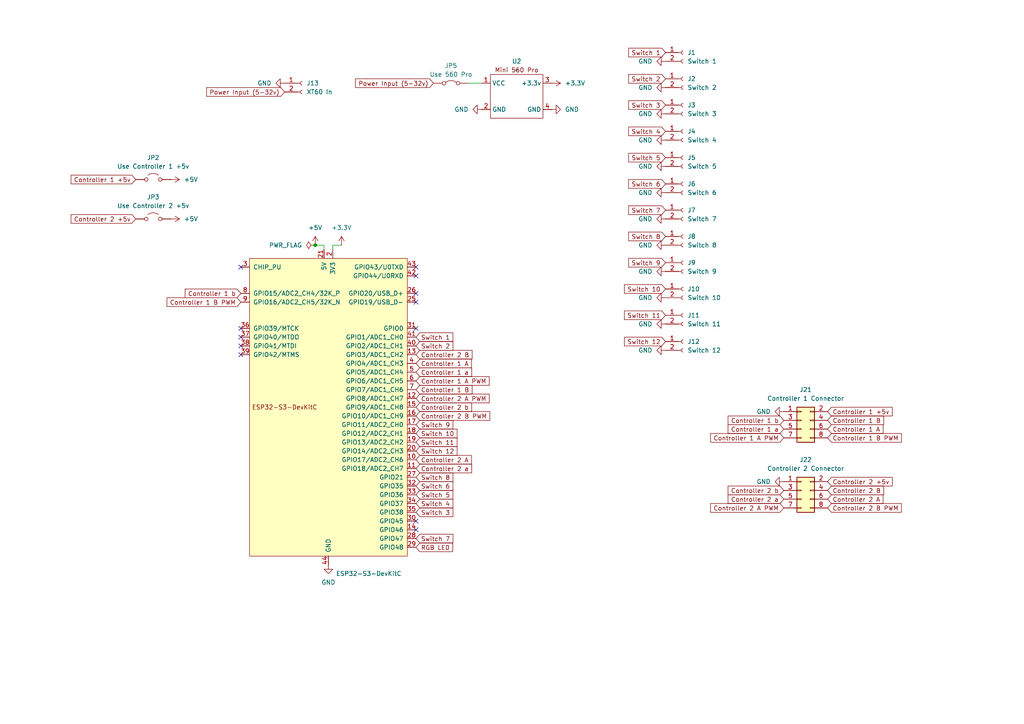
<source format=kicad_sch>
(kicad_sch (version 20231120) (generator "eeschema") (generator_version "8.0")
  (paper "A4")
  (lib_symbols
    (symbol "Connector:Conn_01x02_Socket" (pin_names (offset 1.016) hide)
      (property "Reference" "J" (at 0 2.54 0))
      (property "Value" "Conn_01x02_Socket" (at 0 -5.08 0))
      (symbol "Conn_01x02_Socket_1_1"
        (arc (start 0 -2.032) (mid -0.5058 -2.54) (end 0 -3.048) (stroke (width 0.1524)))
        (polyline (pts (xy -1.27 -2.54) (xy -0.508 -2.54)) (stroke (width 0.1524)))
        (polyline (pts (xy -1.27 0) (xy -0.508 0)) (stroke (width 0.1524)))
        (arc (start 0 0.508) (mid -0.5058 0) (end 0 -0.508) (stroke (width 0.1524)))
        (pin passive line (at -5.08 0 0) (length 3.81) (name "Pin_1") (number "1"))
        (pin passive line (at -5.08 -2.54 0) (length 3.81) (name "Pin_2") (number "2"))
      )
    )
    (symbol "Connector_Generic:Conn_02x04_Odd_Even" (pin_names (offset 1.016) hide)
      (property "Reference" "J" (at 1.27 5.08 0))
      (property "Value" "Conn_02x04_Odd_Even" (at 1.27 -7.62 0))
      (symbol "Conn_02x04_Odd_Even_1_1"
        (rectangle (start -1.27 -4.953) (end 0 -5.207) (stroke (width 0.1524)))
        (rectangle (start -1.27 -2.413) (end 0 -2.667) (stroke (width 0.1524)))
        (rectangle (start -1.27 0.127) (end 0 -0.127) (stroke (width 0.1524)))
        (rectangle (start -1.27 2.667) (end 0 2.413) (stroke (width 0.1524)))
        (rectangle (start -1.27 3.81) (end 3.81 -6.35) (stroke (width 0.254)) (fill (type background)))
        (rectangle (start 3.81 -4.953) (end 2.54 -5.207) (stroke (width 0.1524)))
        (rectangle (start 3.81 -2.413) (end 2.54 -2.667) (stroke (width 0.1524)))
        (rectangle (start 3.81 0.127) (end 2.54 -0.127) (stroke (width 0.1524)))
        (rectangle (start 3.81 2.667) (end 2.54 2.413) (stroke (width 0.1524)))
        (pin passive line (at -5.08 2.54 0) (length 3.81) (name "Pin_1") (number "1"))
        (pin passive line (at 7.62 2.54 180) (length 3.81) (name "Pin_2") (number "2"))
        (pin passive line (at -5.08 0 0) (length 3.81) (name "Pin_3") (number "3"))
        (pin passive line (at 7.62 0 180) (length 3.81) (name "Pin_4") (number "4"))
        (pin passive line (at -5.08 -2.54 0) (length 3.81) (name "Pin_5") (number "5"))
        (pin passive line (at 7.62 -2.54 180) (length 3.81) (name "Pin_6") (number "6"))
        (pin passive line (at -5.08 -5.08 0) (length 3.81) (name "Pin_7") (number "7"))
        (pin passive line (at 7.62 -5.08 180) (length 3.81) (name "Pin_8") (number "8"))
      )
    )
    (symbol "Explorer:Mini_560_Pro"
      (property "Reference" "U" (at 0 0 0))
      (symbol "Mini_560_Pro_0_1"
        (rectangle (start -7.62 6.35) (end 7.62 -6.35))
      )
      (symbol "Mini_560_Pro_1_1"
        (text "Mini 560 Pro" (at 0 7.62 0) (effects (font (size 1.27 1.27))))
        (pin passive line (at -10.16 3.81 0) (length 2.54) (name "VCC") (number "1"))
        (pin power_in line (at -10.16 -3.81 0) (length 2.54) (name "GND") (number "2"))
        (pin power_out line (at 10.16 3.81 180) (length 2.54) (name "+3.3v") (number "3"))
        (pin power_out line (at 10.16 -3.81 180) (length 2.54) (name "GND") (number "4"))
      )
    )
    (symbol "Jumper:Jumper_2_Bridged" (pin_numbers hide) (pin_names (offset 0) hide) (exclude_from_sim yes)
      (property "Reference" "JP" (at 0 1.905 0))
      (property "Value" "Jumper_2_Bridged" (at 0 -2.54 0))
      (symbol "Jumper_2_Bridged_0_0"
        (circle (center -2.032 0) (radius 0.508))
        (circle (center 2.032 0) (radius 0.508))
      )
      (symbol "Jumper_2_Bridged_0_1"
        (arc (start 1.524 0.254) (mid 0 0.762) (end -1.524 0.254))
      )
      (symbol "Jumper_2_Bridged_1_1"
        (pin passive line (at -5.08 0 0) (length 2.54) (name "A") (number "1"))
        (pin passive line (at 5.08 0 180) (length 2.54) (name "B") (number "2"))
      )
    )
    (symbol "Jumper:Jumper_2_Open" (pin_numbers hide) (pin_names (offset 0) hide) (exclude_from_sim yes)
      (property "Reference" "JP" (at 0 2.794 0))
      (property "Value" "Jumper_2_Open" (at 0 -2.286 0))
      (symbol "Jumper_2_Open_0_0"
        (circle (center -2.032 0) (radius 0.508))
        (circle (center 2.032 0) (radius 0.508))
      )
      (symbol "Jumper_2_Open_0_1"
        (arc (start 1.524 1.27) (mid 0 1.778) (end -1.524 1.27))
      )
      (symbol "Jumper_2_Open_1_1"
        (pin passive line (at -5.08 0 0) (length 2.54) (name "A") (number "1"))
        (pin passive line (at 5.08 0 180) (length 2.54) (name "B") (number "2"))
      )
    )
    (symbol "PCM_Espressif:ESP32-S3-DevKitC" (pin_names (offset 1.016))
      (property "Reference" "U" (at -22.86 48.26 0))
      (property "Value" "ESP32-S3-DevKitC" (at -22.86 45.72 0))
      (symbol "ESP32-S3-DevKitC_0_0"
        (text "ESP32-S3-DevKitC" (at -12.7 0 0) (effects (font (size 1.27 1.27))))
        (pin bidirectional line (at 25.4 -35.56 180) (length 2.54) (name "GPIO46") (number "14"))
        (pin bidirectional line (at 25.4 -10.16 180) (length 2.54) (name "GPIO13/ADC2_CH2") (number "19"))
        (pin bidirectional line (at -25.4 15.24 0) (length 2.54) (name "GPIO42/MTMS") (number "39"))
        (pin bidirectional line (at 25.4 17.78 180) (length 2.54) (name "GPIO2/ADC1_CH1") (number "40"))
        (pin bidirectional line (at 25.4 20.32 180) (length 2.54) (name "GPIO1/ADC1_CH0") (number "41"))
        (pin bidirectional line (at 25.4 38.1 180) (length 2.54) (name "GPIO44/U0RXD") (number "42"))
        (pin bidirectional line (at 25.4 40.64 180) (length 2.54) (name "GPIO43/U0TXD") (number "43"))
        (pin power_in line (at 0 -45.72 90) (length 2.54) (name "GND") (number "44"))
      )
      (symbol "ESP32-S3-DevKitC_0_1"
        (rectangle (start -22.86 43.18) (end 22.86 -43.18) (fill (type background)))
        (pin power_in line (at 1.27 45.72 270) (length 2.54) (name "3V3") (number "2"))
      )
      (symbol "ESP32-S3-DevKitC_1_1"
        (pin passive line (at 1.27 45.72 270) (length 2.54) hide (name "3V3") (number "1"))
        (pin bidirectional line (at 25.4 -15.24 180) (length 2.54) (name "GPIO17/ADC2_CH6") (number "10"))
        (pin bidirectional line (at 25.4 -17.78 180) (length 2.54) (name "GPIO18/ADC2_CH7") (number "11"))
        (pin bidirectional line (at 25.4 2.54 180) (length 2.54) (name "GPIO8/ADC1_CH7") (number "12"))
        (pin bidirectional line (at 25.4 15.24 180) (length 2.54) (name "GPIO3/ADC1_CH2") (number "13"))
        (pin bidirectional line (at 25.4 0 180) (length 2.54) (name "GPIO9/ADC1_CH8") (number "15"))
        (pin bidirectional line (at 25.4 -2.54 180) (length 2.54) (name "GPIO10/ADC1_CH9") (number "16"))
        (pin bidirectional line (at 25.4 -5.08 180) (length 2.54) (name "GPIO11/ADC2_CH0") (number "17"))
        (pin bidirectional line (at 25.4 -7.62 180) (length 2.54) (name "GPIO12/ADC2_CH1") (number "18"))
        (pin bidirectional line (at 25.4 -12.7 180) (length 2.54) (name "GPIO14/ADC2_CH3") (number "20"))
        (pin power_in line (at -1.27 45.72 270) (length 2.54) (name "5V") (number "21"))
        (pin passive line (at 0 -45.72 90) (length 2.54) hide (name "GND") (number "22"))
        (pin passive line (at 0 -45.72 90) (length 2.54) hide (name "GND") (number "23"))
        (pin passive line (at 0 -45.72 90) (length 2.54) hide (name "GND") (number "24"))
        (pin bidirectional line (at 25.4 30.48 180) (length 2.54) (name "GPIO19/USB_D-") (number "25"))
        (pin bidirectional line (at 25.4 33.02 180) (length 2.54) (name "GPIO20/USB_D+") (number "26"))
        (pin bidirectional line (at 25.4 -20.32 180) (length 2.54) (name "GPIO21") (number "27"))
        (pin bidirectional line (at 25.4 -38.1 180) (length 2.54) (name "GPIO47") (number "28"))
        (pin bidirectional line (at 25.4 -40.64 180) (length 2.54) (name "GPIO48") (number "29"))
        (pin input line (at -25.4 40.64 0) (length 2.54) (name "CHIP_PU") (number "3"))
        (pin bidirectional line (at 25.4 -33.02 180) (length 2.54) (name "GPIO45") (number "30"))
        (pin bidirectional line (at 25.4 22.86 180) (length 2.54) (name "GPIO0") (number "31"))
        (pin bidirectional line (at 25.4 -22.86 180) (length 2.54) (name "GPIO35") (number "32"))
        (pin bidirectional line (at 25.4 -25.4 180) (length 2.54) (name "GPIO36") (number "33"))
        (pin bidirectional line (at 25.4 -27.94 180) (length 2.54) (name "GPIO37") (number "34"))
        (pin bidirectional line (at 25.4 -30.48 180) (length 2.54) (name "GPIO38") (number "35"))
        (pin bidirectional line (at -25.4 22.86 0) (length 2.54) (name "GPIO39/MTCK") (number "36"))
        (pin bidirectional line (at -25.4 20.32 0) (length 2.54) (name "GPIO40/MTDO") (number "37"))
        (pin bidirectional line (at -25.4 17.78 0) (length 2.54) (name "GPIO41/MTDI") (number "38"))
        (pin bidirectional line (at 25.4 12.7 180) (length 2.54) (name "GPIO4/ADC1_CH3") (number "4"))
        (pin bidirectional line (at 25.4 10.16 180) (length 2.54) (name "GPIO5/ADC1_CH4") (number "5"))
        (pin bidirectional line (at 25.4 7.62 180) (length 2.54) (name "GPIO6/ADC1_CH5") (number "6"))
        (pin bidirectional line (at 25.4 5.08 180) (length 2.54) (name "GPIO7/ADC1_CH6") (number "7"))
        (pin bidirectional line (at -25.4 33.02 0) (length 2.54) (name "GPIO15/ADC2_CH4/32K_P") (number "8"))
        (pin bidirectional line (at -25.4 30.48 0) (length 2.54) (name "GPIO16/ADC2_CH5/32K_N") (number "9"))
      )
    )
    (symbol "power:+3.3V" (power) (pin_numbers hide) (pin_names (offset 0) hide)
      (property "Value" "+3.3V" (at 0 3.556 0))
      (symbol "+3.3V_0_1"
        (polyline (pts (xy -0.762 1.27) (xy 0 2.54)))
        (polyline (pts (xy 0 0) (xy 0 2.54)))
        (polyline (pts (xy 0 2.54) (xy 0.762 1.27)))
      )
      (symbol "+3.3V_1_1"
        (pin power_in line (at 0 0 90) (length 0) (name "~") (number "1"))
      )
    )
    (symbol "power:+5V" (power) (pin_numbers hide) (pin_names (offset 0) hide)
      (property "Value" "+5V" (at 0 3.556 0))
      (symbol "+5V_0_1"
        (polyline (pts (xy -0.762 1.27) (xy 0 2.54)))
        (polyline (pts (xy 0 0) (xy 0 2.54)))
        (polyline (pts (xy 0 2.54) (xy 0.762 1.27)))
      )
      (symbol "+5V_1_1"
        (pin power_in line (at 0 0 90) (length 0) (name "~") (number "1"))
      )
    )
    (symbol "power:GND" (power) (pin_numbers hide) (pin_names (offset 0) hide)
      (property "Value" "GND" (at 0 -3.81 0))
      (symbol "GND_0_1"
        (polyline (pts (xy 0 0) (xy 0 -1.27) (xy 1.27 -1.27) (xy 0 -2.54) (xy -1.27 -1.27) (xy 0 -1.27)))
      )
      (symbol "GND_1_1"
        (pin power_in line (at 0 0 270) (length 0) (name "~") (number "1"))
      )
    )
    (symbol "power:PWR_FLAG" (power) (pin_numbers hide) (pin_names (offset 0) hide)
      (property "Value" "PWR_FLAG" (at 0 3.81 0))
      (symbol "PWR_FLAG_0_0"
        (pin power_out line (at 0 0 90) (length 0) (name "~") (number "1"))
      )
      (symbol "PWR_FLAG_0_1"
        (polyline (pts (xy 0 0) (xy 0 1.27) (xy -1.016 1.905) (xy 0 2.54) (xy 1.016 1.905) (xy 0 1.27)))
      )
    )
  )
  (junction (at 91.44 71.12))
  (no_connect (at 120.65 77.47))
  (no_connect (at 69.85 77.47))
  (no_connect (at 69.85 102.87))
  (no_connect (at 120.65 80.01))
  (no_connect (at 69.85 97.79))
  (no_connect (at 120.65 95.25))
  (no_connect (at 120.65 85.09))
  (no_connect (at 69.85 95.25))
  (no_connect (at 120.65 153.67))
  (no_connect (at 120.65 87.63))
  (no_connect (at 120.65 151.13))
  (no_connect (at 69.85 100.33))
  (wire (pts (xy 91.44 71.12) (xy 93.98 71.12)))
  (wire (pts (xy 99.06 71.12) (xy 96.52 71.12)))
  (wire (pts (xy 135.89 24.13) (xy 139.7 24.13)))
  (wire (pts (xy 93.98 71.12) (xy 93.98 72.39)))
  (wire (pts (xy 96.52 71.12) (xy 96.52 72.39)))
  (global_label "Controller 1 a" (shape input) (at 120.65 107.95 0) (property "Intersheetrefs" "${INTERSHEET_REFS}" (effects (hide yes))))
  (global_label "Switch 1" (shape input) (at 193.04 15.24 180) (property "Intersheetrefs" "${INTERSHEET_REFS}" (effects (hide yes))))
  (global_label "Controller 1 A" (shape input) (at 240.03 124.46 0) (property "Intersheetrefs" "${INTERSHEET_REFS}" (effects (hide yes))))
  (global_label "Switch 3" (shape input) (at 120.65 148.59 0) (property "Intersheetrefs" "${INTERSHEET_REFS}" (effects (hide yes))))
  (global_label "Switch 3" (shape input) (at 193.04 30.48 180) (property "Intersheetrefs" "${INTERSHEET_REFS}" (effects (hide yes))))
  (global_label "Controller 2 A" (shape input) (at 240.03 144.78 0) (property "Intersheetrefs" "${INTERSHEET_REFS}" (effects (hide yes))))
  (global_label "RGB LED" (shape input) (at 120.65 158.75 0) (property "Intersheetrefs" "${INTERSHEET_REFS}" (effects (hide yes))))
  (global_label "Switch 9" (shape input) (at 120.65 123.19 0) (property "Intersheetrefs" "${INTERSHEET_REFS}" (effects (hide yes))))
  (global_label "Controller 2 A PWM" (shape input) (at 227.33 147.32 180) (property "Intersheetrefs" "${INTERSHEET_REFS}" (effects (hide yes))))
  (global_label "Switch 4" (shape input) (at 120.65 146.05 0) (property "Intersheetrefs" "${INTERSHEET_REFS}" (effects (hide yes))))
  (global_label "Controller 2 B PWM" (shape input) (at 120.65 120.65 0) (property "Intersheetrefs" "${INTERSHEET_REFS}" (effects (hide yes))))
  (global_label "Power Input (5-32v)" (shape input) (at 82.55 26.67 180) (property "Intersheetrefs" "${INTERSHEET_REFS}" (effects (hide yes))))
  (global_label "Switch 10" (shape input) (at 120.65 125.73 0) (property "Intersheetrefs" "${INTERSHEET_REFS}" (effects (hide yes))))
  (global_label "Switch 8" (shape input) (at 120.65 138.43 0) (property "Intersheetrefs" "${INTERSHEET_REFS}" (effects (hide yes))))
  (global_label "Controller 1 B PWM" (shape input) (at 69.85 87.63 180) (property "Intersheetrefs" "${INTERSHEET_REFS}" (effects (hide yes))))
  (global_label "Power Input (5-32v)" (shape input) (at 125.73 24.13 180) (property "Intersheetrefs" "${INTERSHEET_REFS}" (effects (hide yes))))
  (global_label "Controller 1 b" (shape input) (at 227.33 121.92 180) (property "Intersheetrefs" "${INTERSHEET_REFS}" (effects (hide yes))))
  (global_label "Controller 1 a" (shape input) (at 227.33 124.46 180) (property "Intersheetrefs" "${INTERSHEET_REFS}" (effects (hide yes))))
  (global_label "Switch 11" (shape input) (at 120.65 128.27 0) (property "Intersheetrefs" "${INTERSHEET_REFS}" (effects (hide yes))))
  (global_label "Controller 1 +5v" (shape input) (at 39.37 52.07 180) (property "Intersheetrefs" "${INTERSHEET_REFS}" (effects (hide yes))))
  (global_label "Switch 5" (shape input) (at 193.04 45.72 180) (property "Intersheetrefs" "${INTERSHEET_REFS}" (effects (hide yes))))
  (global_label "Switch 2" (shape input) (at 120.65 100.33 0) (property "Intersheetrefs" "${INTERSHEET_REFS}" (effects (hide yes))))
  (global_label "Controller 2 +5v" (shape input) (at 240.03 139.7 0) (property "Intersheetrefs" "${INTERSHEET_REFS}" (effects (hide yes))))
  (global_label "Controller 2 B PWM" (shape input) (at 240.03 147.32 0) (property "Intersheetrefs" "${INTERSHEET_REFS}" (effects (hide yes))))
  (global_label "Controller 1 B" (shape input) (at 240.03 121.92 0) (property "Intersheetrefs" "${INTERSHEET_REFS}" (effects (hide yes))))
  (global_label "Controller 1 A PWM" (shape input) (at 227.33 127 180) (property "Intersheetrefs" "${INTERSHEET_REFS}" (effects (hide yes))))
  (global_label "Switch 10" (shape input) (at 193.04 83.82 180) (property "Intersheetrefs" "${INTERSHEET_REFS}" (effects (hide yes))))
  (global_label "Controller 1 B PWM" (shape input) (at 240.03 127 0) (property "Intersheetrefs" "${INTERSHEET_REFS}" (effects (hide yes))))
  (global_label "Switch 12" (shape input) (at 120.65 130.81 0) (property "Intersheetrefs" "${INTERSHEET_REFS}" (effects (hide yes))))
  (global_label "Controller 2 b" (shape input) (at 120.65 118.11 0) (property "Intersheetrefs" "${INTERSHEET_REFS}" (effects (hide yes))))
  (global_label "Switch 4" (shape input) (at 193.04 38.1 180) (property "Intersheetrefs" "${INTERSHEET_REFS}" (effects (hide yes))))
  (global_label "Switch 6" (shape input) (at 120.65 140.97 0) (property "Intersheetrefs" "${INTERSHEET_REFS}" (effects (hide yes))))
  (global_label "Controller 2 A" (shape input) (at 120.65 133.35 0) (property "Intersheetrefs" "${INTERSHEET_REFS}" (effects (hide yes))))
  (global_label "Switch 2" (shape input) (at 193.04 22.86 180) (property "Intersheetrefs" "${INTERSHEET_REFS}" (effects (hide yes))))
  (global_label "Controller 2 A PWM" (shape input) (at 120.65 115.57 0) (property "Intersheetrefs" "${INTERSHEET_REFS}" (effects (hide yes))))
  (global_label "Controller 2 +5v" (shape input) (at 39.37 63.5 180) (property "Intersheetrefs" "${INTERSHEET_REFS}" (effects (hide yes))))
  (global_label "Switch 7" (shape input) (at 120.65 156.21 0) (property "Intersheetrefs" "${INTERSHEET_REFS}" (effects (hide yes))))
  (global_label "Controller 2 a" (shape input) (at 120.65 135.89 0) (property "Intersheetrefs" "${INTERSHEET_REFS}" (effects (hide yes))))
  (global_label "Switch 5" (shape input) (at 120.65 143.51 0) (property "Intersheetrefs" "${INTERSHEET_REFS}" (effects (hide yes))))
  (global_label "Switch 1" (shape input) (at 120.65 97.79 0) (property "Intersheetrefs" "${INTERSHEET_REFS}" (effects (hide yes))))
  (global_label "Controller 2 B" (shape input) (at 240.03 142.24 0) (property "Intersheetrefs" "${INTERSHEET_REFS}" (effects (hide yes))))
  (global_label "Controller 1 A PWM" (shape input) (at 120.65 110.49 0) (property "Intersheetrefs" "${INTERSHEET_REFS}" (effects (hide yes))))
  (global_label "Controller 2 a" (shape input) (at 227.33 144.78 180) (property "Intersheetrefs" "${INTERSHEET_REFS}" (effects (hide yes))))
  (global_label "Controller 1 +5v" (shape input) (at 240.03 119.38 0) (property "Intersheetrefs" "${INTERSHEET_REFS}" (effects (hide yes))))
  (global_label "Controller 2 B" (shape input) (at 120.65 102.87 0) (property "Intersheetrefs" "${INTERSHEET_REFS}" (effects (hide yes))))
  (global_label "Switch 7" (shape input) (at 193.04 60.96 180) (property "Intersheetrefs" "${INTERSHEET_REFS}" (effects (hide yes))))
  (global_label "Controller 2 b" (shape input) (at 227.33 142.24 180) (property "Intersheetrefs" "${INTERSHEET_REFS}" (effects (hide yes))))
  (global_label "Switch 8" (shape input) (at 193.04 68.58 180) (property "Intersheetrefs" "${INTERSHEET_REFS}" (effects (hide yes))))
  (global_label "Controller 1 A" (shape input) (at 120.65 105.41 0) (property "Intersheetrefs" "${INTERSHEET_REFS}" (effects (hide yes))))
  (global_label "Switch 9" (shape input) (at 193.04 76.2 180) (property "Intersheetrefs" "${INTERSHEET_REFS}" (effects (hide yes))))
  (global_label "Switch 6" (shape input) (at 193.04 53.34 180) (property "Intersheetrefs" "${INTERSHEET_REFS}" (effects (hide yes))))
  (global_label "Switch 11" (shape input) (at 193.04 91.44 180) (property "Intersheetrefs" "${INTERSHEET_REFS}" (effects (hide yes))))
  (global_label "Controller 1 b" (shape input) (at 69.85 85.09 180) (property "Intersheetrefs" "${INTERSHEET_REFS}" (effects (hide yes))))
  (global_label "Switch 12" (shape input) (at 193.04 99.06 180) (property "Intersheetrefs" "${INTERSHEET_REFS}" (effects (hide yes))))
  (global_label "Controller 1 B" (shape input) (at 120.65 113.03 0) (property "Intersheetrefs" "${INTERSHEET_REFS}" (effects (hide yes))))
  (symbol (lib_id "power:GND") (at 193.04 48.26 270) (unit 1)
    (property "Reference" "#PWR010" (effects (hide yes)))
    (property "Value" "GND" (at 189.23 48.2599 90) (effects (justify right)))
    (property "Description" "Power symbol creates a global label with name \"GND\" , ground" (effects (hide yes)))
  )
  (symbol (lib_id "Connector:Conn_01x02_Socket") (at 198.12 22.86 0) (unit 1)
    (property "Reference" "J2" (at 199.39 22.8599 0) (effects (justify left)))
    (property "Value" "Switch 2" (at 199.39 25.3999 0) (effects (justify left)))
    (property "Footprint" "Connector_JST:JST_XH_B2B-XH-A_1x02_P2.50mm_Vertical" (effects (hide yes)))
    (property "Description" "Generic connector, single row, 01x02, script generated" (effects (hide yes)))
  )
  (symbol (lib_id "Connector:Conn_01x02_Socket") (at 198.12 15.24 0) (unit 1)
    (property "Reference" "J1" (at 199.39 15.2399 0) (effects (justify left)))
    (property "Value" "Switch 1" (at 199.39 17.7799 0) (effects (justify left)))
    (property "Footprint" "Connector_JST:JST_XH_B2B-XH-A_1x02_P2.50mm_Vertical" (effects (hide yes)))
    (property "Description" "Generic connector, single row, 01x02, script generated" (effects (hide yes)))
  )
  (symbol (lib_id "Connector:Conn_01x02_Socket") (at 198.12 45.72 0) (unit 1)
    (property "Reference" "J5" (at 199.39 45.7199 0) (effects (justify left)))
    (property "Value" "Switch 5" (at 199.39 48.2599 0) (effects (justify left)))
    (property "Footprint" "Connector_JST:JST_XH_B2B-XH-A_1x02_P2.50mm_Vertical" (effects (hide yes)))
    (property "Description" "Generic connector, single row, 01x02, script generated" (effects (hide yes)))
  )
  (symbol (lib_id "power:PWR_FLAG") (at 91.44 71.12 90) (unit 1)
    (property "Reference" "#FLG02" (effects (hide yes)))
    (property "Value" "PWR_FLAG" (at 87.63 71.1199 90) (effects (justify left)))
    (property "Description" "Special symbol for telling ERC where power comes from" (effects (hide yes)))
  )
  (symbol (lib_id "power:GND") (at 193.04 86.36 270) (unit 1)
    (property "Reference" "#PWR015" (effects (hide yes)))
    (property "Value" "GND" (at 189.23 86.3599 90) (effects (justify right)))
    (property "Description" "Power symbol creates a global label with name \"GND\" , ground" (effects (hide yes)))
  )
  (symbol (lib_id "Jumper:Jumper_2_Bridged") (at 130.81 24.13 0) (unit 1) (exclude_from_sim yes)
    (property "Reference" "JP5" (at 130.81 19.05 0))
    (property "Value" "Use 560 Pro" (at 130.81 21.59 0))
    (property "Footprint" "Jumper:SolderJumper-2_P1.3mm_Open_RoundedPad1.0x1.5mm" (effects (hide yes)))
    (property "Description" "Jumper, 2-pole, closed/bridged" (effects (hide yes)))
  )
  (symbol (lib_id "Connector:Conn_01x02_Socket") (at 198.12 76.2 0) (unit 1)
    (property "Reference" "J9" (at 199.39 76.1999 0) (effects (justify left)))
    (property "Value" "Switch 9" (at 199.39 78.7399 0) (effects (justify left)))
    (property "Footprint" "Connector_JST:JST_XH_B2B-XH-A_1x02_P2.50mm_Vertical" (effects (hide yes)))
    (property "Description" "Generic connector, single row, 01x02, script generated" (effects (hide yes)))
  )
  (symbol (lib_id "Connector:Conn_01x02_Socket") (at 198.12 91.44 0) (unit 1)
    (property "Reference" "J11" (at 199.39 91.4399 0) (effects (justify left)))
    (property "Value" "Switch 11" (at 199.39 93.9799 0) (effects (justify left)))
    (property "Footprint" "Connector_JST:JST_XH_B2B-XH-A_1x02_P2.50mm_Vertical" (effects (hide yes)))
    (property "Description" "Generic connector, single row, 01x02, script generated" (effects (hide yes)))
  )
  (symbol (lib_id "PCM_Espressif:ESP32-S3-DevKitC") (at 95.25 118.11 0) (unit 1)
    (property "Reference" "U1" (effects (hide yes)))
    (property "Value" "ESP32-S3-DevKitC" (at 97.4441 166.37 0) (effects (justify left)))
    (property "Footprint" "PCM_Espressif:ESP32-S3-DevKitC" (effects (hide yes)))
    (property "Description" "ESP32-S3-DevKitC" (effects (hide yes)))
  )
  (symbol (lib_id "power:GND") (at 82.55 24.13 270) (unit 1)
    (property "Reference" "#PWR06" (effects (hide yes)))
    (property "Value" "GND" (at 78.74 24.1299 90) (effects (justify right)))
    (property "Description" "Power symbol creates a global label with name \"GND\" , ground" (effects (hide yes)))
  )
  (symbol (lib_id "power:+5V") (at 49.53 63.5 270) (unit 1)
    (property "Reference" "#PWR026" (effects (hide yes)))
    (property "Value" "+5V" (at 53.34 63.4999 90) (effects (justify left)))
    (property "Description" "Power symbol creates a global label with name \"+5V\"" (effects (hide yes)))
  )
  (symbol (lib_id "power:+3.3V") (at 99.06 71.12 0) (unit 1)
    (property "Reference" "#PWR022" (effects (hide yes)))
    (property "Value" "+3.3V" (at 99.06 66.04 0))
    (property "Description" "Power symbol creates a global label with name \"+3.3V\"" (effects (hide yes)))
  )
  (symbol (lib_id "power:GND") (at 193.04 93.98 270) (unit 1)
    (property "Reference" "#PWR016" (effects (hide yes)))
    (property "Value" "GND" (at 189.23 93.9799 90) (effects (justify right)))
    (property "Description" "Power symbol creates a global label with name \"GND\" , ground" (effects (hide yes)))
  )
  (symbol (lib_id "Connector:Conn_01x02_Socket") (at 87.63 24.13 0) (unit 1)
    (property "Reference" "J13" (at 88.9 24.1299 0) (effects (justify left)))
    (property "Value" "XT60 In" (at 88.9 26.6699 0) (effects (justify left)))
    (property "Footprint" "Connector_AMASS:AMASS_XT60PW-F_1x02_P7.20mm_Horizontal" (effects (hide yes)))
    (property "Description" "Generic connector, single row, 01x02, script generated" (effects (hide yes)))
  )
  (symbol (lib_id "power:GND") (at 193.04 17.78 270) (unit 1)
    (property "Reference" "#PWR09" (effects (hide yes)))
    (property "Value" "GND" (at 189.23 17.7799 90) (effects (justify right)))
    (property "Description" "Power symbol creates a global label with name \"GND\" , ground" (effects (hide yes)))
  )
  (symbol (lib_id "power:GND") (at 160.02 31.75 90) (unit 1)
    (property "Reference" "#PWR020" (effects (hide yes)))
    (property "Value" "GND" (at 163.83 31.7499 90) (effects (justify right)))
    (property "Description" "Power symbol creates a global label with name \"GND\" , ground" (effects (hide yes)))
  )
  (symbol (lib_id "power:GND") (at 193.04 33.02 270) (unit 1)
    (property "Reference" "#PWR04" (effects (hide yes)))
    (property "Value" "GND" (at 189.23 33.0199 90) (effects (justify right)))
    (property "Description" "Power symbol creates a global label with name \"GND\" , ground" (effects (hide yes)))
  )
  (symbol (lib_id "Connector_Generic:Conn_02x04_Odd_Even") (at 232.41 142.24 0) (unit 1)
    (property "Reference" "J22" (at 233.68 133.35 0))
    (property "Value" "Controller 2 Connector" (at 233.68 135.89 0))
    (property "Footprint" "Connector_IDC:IDC-Header_2x04_P2.54mm_Vertical" (effects (hide yes)))
    (property "Description" "Generic connector, double row, 02x04, odd/even pin numbering scheme (row 1 odd numbers, row 2 even numbers), script generated (kicad-library-utils/schlib/autogen/connector/)" (effects (hide yes)))
  )
  (symbol (lib_id "Connector:Conn_01x02_Socket") (at 198.12 38.1 0) (unit 1)
    (property "Reference" "J4" (at 199.39 38.0999 0) (effects (justify left)))
    (property "Value" "Switch 4" (at 199.39 40.6399 0) (effects (justify left)))
    (property "Footprint" "Connector_JST:JST_XH_B2B-XH-A_1x02_P2.50mm_Vertical" (effects (hide yes)))
    (property "Description" "Generic connector, single row, 01x02, script generated" (effects (hide yes)))
  )
  (symbol (lib_id "power:GND") (at 227.33 139.7 270) (unit 1)
    (property "Reference" "#PWR08" (effects (hide yes)))
    (property "Value" "GND" (at 223.52 139.6999 90) (effects (justify right)))
    (property "Description" "Power symbol creates a global label with name \"GND\" , ground" (effects (hide yes)))
  )
  (symbol (lib_id "Connector:Conn_01x02_Socket") (at 198.12 99.06 0) (unit 1)
    (property "Reference" "J12" (at 199.39 99.0599 0) (effects (justify left)))
    (property "Value" "Switch 12" (at 199.39 101.5999 0) (effects (justify left)))
    (property "Footprint" "Connector_JST:JST_XH_B2B-XH-A_1x02_P2.50mm_Vertical" (effects (hide yes)))
    (property "Description" "Generic connector, single row, 01x02, script generated" (effects (hide yes)))
  )
  (symbol (lib_id "power:GND") (at 193.04 25.4 270) (unit 1)
    (property "Reference" "#PWR05" (effects (hide yes)))
    (property "Value" "GND" (at 189.23 25.3999 90) (effects (justify right)))
    (property "Description" "Power symbol creates a global label with name \"GND\" , ground" (effects (hide yes)))
  )
  (symbol (lib_id "power:+3.3V") (at 160.02 24.13 270) (unit 1)
    (property "Reference" "#PWR021" (effects (hide yes)))
    (property "Value" "+3.3V" (at 163.83 24.1299 90) (effects (justify left)))
    (property "Description" "Power symbol creates a global label with name \"+3.3V\"" (effects (hide yes)))
  )
  (symbol (lib_id "Connector:Conn_01x02_Socket") (at 198.12 30.48 0) (unit 1)
    (property "Reference" "J3" (at 199.39 30.4799 0) (effects (justify left)))
    (property "Value" "Switch 3" (at 199.39 33.0199 0) (effects (justify left)))
    (property "Footprint" "Connector_JST:JST_XH_B2B-XH-A_1x02_P2.50mm_Vertical" (effects (hide yes)))
    (property "Description" "Generic connector, single row, 01x02, script generated" (effects (hide yes)))
  )
  (symbol (lib_id "power:GND") (at 193.04 55.88 270) (unit 1)
    (property "Reference" "#PWR011" (effects (hide yes)))
    (property "Value" "GND" (at 189.23 55.8799 90) (effects (justify right)))
    (property "Description" "Power symbol creates a global label with name \"GND\" , ground" (effects (hide yes)))
  )
  (symbol (lib_id "Connector:Conn_01x02_Socket") (at 198.12 68.58 0) (unit 1)
    (property "Reference" "J8" (at 199.39 68.5799 0) (effects (justify left)))
    (property "Value" "Switch 8" (at 199.39 71.1199 0) (effects (justify left)))
    (property "Footprint" "Connector_JST:JST_XH_B2B-XH-A_1x02_P2.50mm_Vertical" (effects (hide yes)))
    (property "Description" "Generic connector, single row, 01x02, script generated" (effects (hide yes)))
  )
  (symbol (lib_id "power:GND") (at 227.33 119.38 270) (unit 1)
    (property "Reference" "#PWR07" (effects (hide yes)))
    (property "Value" "GND" (at 223.52 119.3799 90) (effects (justify right)))
    (property "Description" "Power symbol creates a global label with name \"GND\" , ground" (effects (hide yes)))
  )
  (symbol (lib_id "power:GND") (at 193.04 78.74 270) (unit 1)
    (property "Reference" "#PWR014" (effects (hide yes)))
    (property "Value" "GND" (at 189.23 78.7399 90) (effects (justify right)))
    (property "Description" "Power symbol creates a global label with name \"GND\" , ground" (effects (hide yes)))
  )
  (symbol (lib_id "power:GND") (at 193.04 101.6 270) (unit 1)
    (property "Reference" "#PWR017" (effects (hide yes)))
    (property "Value" "GND" (at 189.23 101.5999 90) (effects (justify right)))
    (property "Description" "Power symbol creates a global label with name \"GND\" , ground" (effects (hide yes)))
  )
  (symbol (lib_id "power:GND") (at 95.25 163.83 0) (unit 1)
    (property "Reference" "#PWR01" (effects (hide yes)))
    (property "Value" "GND" (at 95.25 168.91 0))
    (property "Description" "Power symbol creates a global label with name \"GND\" , ground" (effects (hide yes)))
  )
  (symbol (lib_id "Connector:Conn_01x02_Socket") (at 198.12 83.82 0) (unit 1)
    (property "Reference" "J10" (at 199.39 83.8199 0) (effects (justify left)))
    (property "Value" "Switch 10" (at 199.39 86.3599 0) (effects (justify left)))
    (property "Footprint" "Connector_JST:JST_XH_B2B-XH-A_1x02_P2.50mm_Vertical" (effects (hide yes)))
    (property "Description" "Generic connector, single row, 01x02, script generated" (effects (hide yes)))
  )
  (symbol (lib_id "Connector:Conn_01x02_Socket") (at 198.12 53.34 0) (unit 1)
    (property "Reference" "J6" (at 199.39 53.3399 0) (effects (justify left)))
    (property "Value" "Switch 6" (at 199.39 55.8799 0) (effects (justify left)))
    (property "Footprint" "Connector_JST:JST_XH_B2B-XH-A_1x02_P2.50mm_Vertical" (effects (hide yes)))
    (property "Description" "Generic connector, single row, 01x02, script generated" (effects (hide yes)))
  )
  (symbol (lib_id "power:+5V") (at 49.53 52.07 270) (unit 1)
    (property "Reference" "#PWR025" (effects (hide yes)))
    (property "Value" "+5V" (at 53.34 52.0699 90) (effects (justify left)))
    (property "Description" "Power symbol creates a global label with name \"+5V\"" (effects (hide yes)))
  )
  (symbol (lib_id "power:+5V") (at 91.44 71.12 0) (unit 1)
    (property "Reference" "#PWR02" (effects (hide yes)))
    (property "Value" "+5V" (at 91.44 66.04 0))
    (property "Description" "Power symbol creates a global label with name \"+5V\"" (effects (hide yes)))
  )
  (symbol (lib_id "Jumper:Jumper_2_Open") (at 44.45 52.07 0) (unit 1) (exclude_from_sim yes)
    (property "Reference" "JP2" (at 44.45 45.72 0))
    (property "Value" "Use Controller 1 +5v" (at 44.45 48.26 0))
    (property "Footprint" "Jumper:SolderJumper-2_P1.3mm_Open_RoundedPad1.0x1.5mm" (effects (hide yes)))
    (property "Description" "Jumper, 2-pole, open" (effects (hide yes)))
  )
  (symbol (lib_id "power:GND") (at 193.04 71.12 270) (unit 1)
    (property "Reference" "#PWR013" (effects (hide yes)))
    (property "Value" "GND" (at 189.23 71.1199 90) (effects (justify right)))
    (property "Description" "Power symbol creates a global label with name \"GND\" , ground" (effects (hide yes)))
  )
  (symbol (lib_id "Connector_Generic:Conn_02x04_Odd_Even") (at 232.41 121.92 0) (unit 1)
    (property "Reference" "J21" (at 233.68 113.03 0))
    (property "Value" "Controller 1 Connector" (at 233.68 115.57 0))
    (property "Footprint" "Connector_IDC:IDC-Header_2x04_P2.54mm_Vertical" (effects (hide yes)))
    (property "Description" "Generic connector, double row, 02x04, odd/even pin numbering scheme (row 1 odd numbers, row 2 even numbers), script generated (kicad-library-utils/schlib/autogen/connector/)" (effects (hide yes)))
  )
  (symbol (lib_id "power:GND") (at 193.04 40.64 270) (unit 1)
    (property "Reference" "#PWR03" (effects (hide yes)))
    (property "Value" "GND" (at 189.23 40.6399 90) (effects (justify right)))
    (property "Description" "Power symbol creates a global label with name \"GND\" , ground" (effects (hide yes)))
  )
  (symbol (lib_id "Explorer:Mini_560_Pro") (at 149.86 27.94 0) (unit 1)
    (property "Reference" "U2" (at 149.86 17.78 0))
    (property "Value" "~" (at 149.86 20.32 0))
    (property "Footprint" "Explorer:Mini 560 Pro" (effects (hide yes)))
  )
  (symbol (lib_id "power:GND") (at 139.7 31.75 270) (unit 1)
    (property "Reference" "#PWR019" (effects (hide yes)))
    (property "Value" "GND" (at 135.89 31.7499 90) (effects (justify right)))
    (property "Description" "Power symbol creates a global label with name \"GND\" , ground" (effects (hide yes)))
  )
  (symbol (lib_id "power:GND") (at 193.04 63.5 270) (unit 1)
    (property "Reference" "#PWR012" (effects (hide yes)))
    (property "Value" "GND" (at 189.23 63.4999 90) (effects (justify right)))
    (property "Description" "Power symbol creates a global label with name \"GND\" , ground" (effects (hide yes)))
  )
  (symbol (lib_id "Jumper:Jumper_2_Open") (at 44.45 63.5 0) (unit 1) (exclude_from_sim yes)
    (property "Reference" "JP3" (at 44.45 57.15 0))
    (property "Value" "Use Controller 2 +5v" (at 44.45 59.69 0))
    (property "Footprint" "Jumper:SolderJumper-2_P1.3mm_Open_RoundedPad1.0x1.5mm" (effects (hide yes)))
    (property "Description" "Jumper, 2-pole, open" (effects (hide yes)))
  )
  (symbol (lib_id "Connector:Conn_01x02_Socket") (at 198.12 60.96 0) (unit 1)
    (property "Reference" "J7" (at 199.39 60.9599 0) (effects (justify left)))
    (property "Value" "Switch 7" (at 199.39 63.4999 0) (effects (justify left)))
    (property "Footprint" "Connector_JST:JST_XH_B2B-XH-A_1x02_P2.50mm_Vertical" (effects (hide yes)))
    (property "Description" "Generic connector, single row, 01x02, script generated" (effects (hide yes)))
  )
)
</source>
